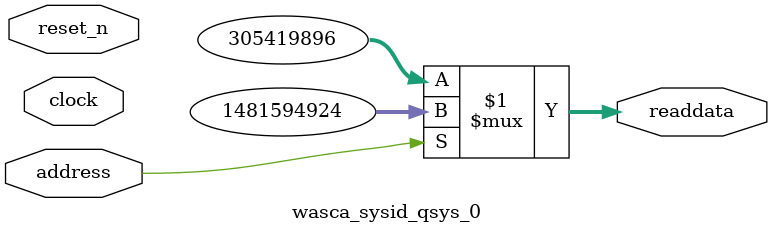
<source format=v>



// synthesis translate_off
`timescale 1ns / 1ps
// synthesis translate_on

// turn off superfluous verilog processor warnings 
// altera message_level Level1 
// altera message_off 10034 10035 10036 10037 10230 10240 10030 

module wasca_sysid_qsys_0 (
               // inputs:
                address,
                clock,
                reset_n,

               // outputs:
                readdata
             )
;

  output  [ 31: 0] readdata;
  input            address;
  input            clock;
  input            reset_n;

  wire    [ 31: 0] readdata;
  //control_slave, which is an e_avalon_slave
  assign readdata = address ? 1481594924 : 305419896;

endmodule




</source>
